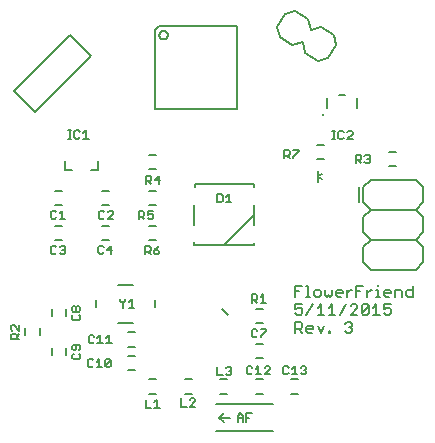
<source format=gto>
G75*
%MOIN*%
%OFA0B0*%
%FSLAX25Y25*%
%IPPOS*%
%LPD*%
%AMOC8*
5,1,8,0,0,1.08239X$1,22.5*
%
%ADD10C,0.00500*%
%ADD11C,0.00600*%
%ADD12C,0.00800*%
%ADD13C,0.01000*%
D10*
X0041260Y0035717D02*
X0041710Y0035267D01*
X0043512Y0035267D01*
X0043962Y0035717D01*
X0043962Y0036618D01*
X0043512Y0037068D01*
X0043512Y0038213D02*
X0043962Y0038664D01*
X0043962Y0039564D01*
X0043512Y0040015D01*
X0041710Y0040015D01*
X0041260Y0039564D01*
X0041260Y0038664D01*
X0041710Y0038213D01*
X0042161Y0038213D01*
X0042611Y0038664D01*
X0042611Y0040015D01*
X0041710Y0037068D02*
X0041260Y0036618D01*
X0041260Y0035717D01*
X0046413Y0034881D02*
X0046413Y0033080D01*
X0046864Y0032629D01*
X0047764Y0032629D01*
X0048215Y0033080D01*
X0049360Y0032629D02*
X0051161Y0032629D01*
X0050260Y0032629D02*
X0050260Y0035331D01*
X0049360Y0034431D01*
X0048215Y0034881D02*
X0047764Y0035331D01*
X0046864Y0035331D01*
X0046413Y0034881D01*
X0047151Y0040489D02*
X0046701Y0040939D01*
X0046701Y0042741D01*
X0047151Y0043191D01*
X0048052Y0043191D01*
X0048502Y0042741D01*
X0049647Y0042290D02*
X0050548Y0043191D01*
X0050548Y0040489D01*
X0049647Y0040489D02*
X0051449Y0040489D01*
X0052594Y0040489D02*
X0054395Y0040489D01*
X0053495Y0040489D02*
X0053495Y0043191D01*
X0052594Y0042290D01*
X0048502Y0040939D02*
X0048052Y0040489D01*
X0047151Y0040489D01*
X0052757Y0035331D02*
X0053657Y0035331D01*
X0054108Y0034881D01*
X0052306Y0033080D01*
X0052757Y0032629D01*
X0053657Y0032629D01*
X0054108Y0033080D01*
X0054108Y0034881D01*
X0052757Y0035331D02*
X0052306Y0034881D01*
X0052306Y0033080D01*
X0065705Y0021786D02*
X0065705Y0019084D01*
X0067507Y0019084D01*
X0068652Y0019084D02*
X0070454Y0019084D01*
X0069553Y0019084D02*
X0069553Y0021786D01*
X0068652Y0020886D01*
X0077597Y0022157D02*
X0077597Y0019455D01*
X0079398Y0019455D01*
X0080543Y0019455D02*
X0082345Y0021257D01*
X0082345Y0021707D01*
X0081894Y0022157D01*
X0080994Y0022157D01*
X0080543Y0021707D01*
X0080543Y0019455D02*
X0082345Y0019455D01*
X0089585Y0029897D02*
X0091387Y0029897D01*
X0092532Y0030347D02*
X0092982Y0029897D01*
X0093883Y0029897D01*
X0094333Y0030347D01*
X0094333Y0030798D01*
X0093883Y0031248D01*
X0093432Y0031248D01*
X0093883Y0031248D02*
X0094333Y0031699D01*
X0094333Y0032149D01*
X0093883Y0032599D01*
X0092982Y0032599D01*
X0092532Y0032149D01*
X0089585Y0032599D02*
X0089585Y0029897D01*
X0099467Y0030580D02*
X0099918Y0030130D01*
X0100819Y0030130D01*
X0101269Y0030580D01*
X0102414Y0030130D02*
X0104215Y0030130D01*
X0103315Y0030130D02*
X0103315Y0032832D01*
X0102414Y0031931D01*
X0101269Y0032382D02*
X0100819Y0032832D01*
X0099918Y0032832D01*
X0099467Y0032382D01*
X0099467Y0030580D01*
X0105360Y0030130D02*
X0107162Y0031931D01*
X0107162Y0032382D01*
X0106712Y0032832D01*
X0105811Y0032832D01*
X0105360Y0032382D01*
X0105360Y0030130D02*
X0107162Y0030130D01*
X0111567Y0030589D02*
X0112017Y0030138D01*
X0112918Y0030138D01*
X0113368Y0030589D01*
X0114513Y0030138D02*
X0116315Y0030138D01*
X0115414Y0030138D02*
X0115414Y0032841D01*
X0114513Y0031940D01*
X0113368Y0032390D02*
X0112918Y0032841D01*
X0112017Y0032841D01*
X0111567Y0032390D01*
X0111567Y0030589D01*
X0117460Y0030589D02*
X0117910Y0030138D01*
X0118811Y0030138D01*
X0119261Y0030589D01*
X0119261Y0031039D01*
X0118811Y0031490D01*
X0118361Y0031490D01*
X0118811Y0031490D02*
X0119261Y0031940D01*
X0119261Y0032390D01*
X0118811Y0032841D01*
X0117910Y0032841D01*
X0117460Y0032390D01*
X0104103Y0042467D02*
X0104103Y0042917D01*
X0105904Y0044719D01*
X0105904Y0045169D01*
X0104103Y0045169D01*
X0102958Y0044719D02*
X0102507Y0045169D01*
X0101606Y0045169D01*
X0101156Y0044719D01*
X0101156Y0042917D01*
X0101606Y0042467D01*
X0102507Y0042467D01*
X0102958Y0042917D01*
X0102919Y0054103D02*
X0102018Y0055004D01*
X0102468Y0055004D02*
X0101117Y0055004D01*
X0101117Y0054103D02*
X0101117Y0056806D01*
X0102468Y0056806D01*
X0102919Y0056355D01*
X0102919Y0055455D01*
X0102468Y0055004D01*
X0104064Y0054103D02*
X0105865Y0054103D01*
X0104965Y0054103D02*
X0104965Y0056806D01*
X0104064Y0055905D01*
X0094317Y0087467D02*
X0092515Y0087467D01*
X0093416Y0087467D02*
X0093416Y0090169D01*
X0092515Y0089268D01*
X0091370Y0089719D02*
X0091370Y0087917D01*
X0090920Y0087467D01*
X0089568Y0087467D01*
X0089568Y0090169D01*
X0090920Y0090169D01*
X0091370Y0089719D01*
X0070533Y0095104D02*
X0068731Y0095104D01*
X0070082Y0096455D01*
X0070082Y0093753D01*
X0067586Y0093753D02*
X0066685Y0094653D01*
X0067136Y0094653D02*
X0065785Y0094653D01*
X0065785Y0093753D02*
X0065785Y0096455D01*
X0067136Y0096455D01*
X0067586Y0096004D01*
X0067586Y0095104D01*
X0067136Y0094653D01*
X0066423Y0084500D02*
X0066423Y0083149D01*
X0067324Y0083599D01*
X0067774Y0083599D01*
X0068224Y0083149D01*
X0068224Y0082248D01*
X0067774Y0081798D01*
X0066873Y0081798D01*
X0066423Y0082248D01*
X0065278Y0081798D02*
X0064377Y0082698D01*
X0064827Y0082698D02*
X0063476Y0082698D01*
X0063476Y0081798D02*
X0063476Y0084500D01*
X0064827Y0084500D01*
X0065278Y0084049D01*
X0065278Y0083149D01*
X0064827Y0082698D01*
X0066423Y0084500D02*
X0068224Y0084500D01*
X0066919Y0072833D02*
X0067369Y0072382D01*
X0067369Y0071482D01*
X0066919Y0071031D01*
X0065567Y0071031D01*
X0065567Y0070131D02*
X0065567Y0072833D01*
X0066919Y0072833D01*
X0066468Y0071031D02*
X0067369Y0070131D01*
X0068514Y0070581D02*
X0068964Y0070131D01*
X0069865Y0070131D01*
X0070315Y0070581D01*
X0070315Y0071031D01*
X0069865Y0071482D01*
X0068514Y0071482D01*
X0068514Y0070581D01*
X0068514Y0071482D02*
X0069415Y0072382D01*
X0070315Y0072833D01*
X0054666Y0071746D02*
X0052865Y0071746D01*
X0054216Y0073097D01*
X0054216Y0070395D01*
X0051720Y0070845D02*
X0051270Y0070395D01*
X0050369Y0070395D01*
X0049918Y0070845D01*
X0049918Y0072647D01*
X0050369Y0073097D01*
X0051270Y0073097D01*
X0051720Y0072647D01*
X0051492Y0081983D02*
X0051942Y0082434D01*
X0051492Y0081983D02*
X0050591Y0081983D01*
X0050141Y0082434D01*
X0050141Y0084235D01*
X0050591Y0084685D01*
X0051492Y0084685D01*
X0051942Y0084235D01*
X0053087Y0084235D02*
X0053538Y0084685D01*
X0054439Y0084685D01*
X0054889Y0084235D01*
X0054889Y0083785D01*
X0053087Y0081983D01*
X0054889Y0081983D01*
X0038864Y0082046D02*
X0037062Y0082046D01*
X0037963Y0082046D02*
X0037963Y0084749D01*
X0037062Y0083848D01*
X0035917Y0084298D02*
X0035467Y0084749D01*
X0034566Y0084749D01*
X0034116Y0084298D01*
X0034116Y0082497D01*
X0034566Y0082046D01*
X0035467Y0082046D01*
X0035917Y0082497D01*
X0035499Y0073012D02*
X0034598Y0073012D01*
X0034148Y0072562D01*
X0034148Y0070760D01*
X0034598Y0070310D01*
X0035499Y0070310D01*
X0035949Y0070760D01*
X0037094Y0070760D02*
X0037544Y0070310D01*
X0038445Y0070310D01*
X0038896Y0070760D01*
X0038896Y0071210D01*
X0038445Y0071661D01*
X0037995Y0071661D01*
X0038445Y0071661D02*
X0038896Y0072111D01*
X0038896Y0072562D01*
X0038445Y0073012D01*
X0037544Y0073012D01*
X0037094Y0072562D01*
X0035949Y0072562D02*
X0035499Y0073012D01*
X0041657Y0052908D02*
X0042108Y0052908D01*
X0042558Y0052457D01*
X0042558Y0051557D01*
X0042108Y0051106D01*
X0041657Y0051106D01*
X0041207Y0051557D01*
X0041207Y0052457D01*
X0041657Y0052908D01*
X0042558Y0052457D02*
X0043009Y0052908D01*
X0043459Y0052908D01*
X0043909Y0052457D01*
X0043909Y0051557D01*
X0043459Y0051106D01*
X0043009Y0051106D01*
X0042558Y0051557D01*
X0041657Y0049961D02*
X0041207Y0049511D01*
X0041207Y0048610D01*
X0041657Y0048160D01*
X0043459Y0048160D01*
X0043909Y0048610D01*
X0043909Y0049511D01*
X0043459Y0049961D01*
X0057189Y0054707D02*
X0058090Y0053806D01*
X0058090Y0052455D01*
X0058090Y0053806D02*
X0058991Y0054707D01*
X0058991Y0055157D01*
X0060136Y0054256D02*
X0061037Y0055157D01*
X0061037Y0052455D01*
X0061937Y0052455D02*
X0060136Y0052455D01*
X0057189Y0054707D02*
X0057189Y0055157D01*
X0023598Y0046591D02*
X0023598Y0044789D01*
X0021797Y0046591D01*
X0021346Y0046591D01*
X0020896Y0046141D01*
X0020896Y0045240D01*
X0021346Y0044789D01*
X0021346Y0043644D02*
X0022247Y0043644D01*
X0022697Y0043194D01*
X0022697Y0041843D01*
X0022697Y0042744D02*
X0023598Y0043644D01*
X0023598Y0041843D02*
X0020896Y0041843D01*
X0020896Y0043194D01*
X0021346Y0043644D01*
X0039998Y0108768D02*
X0040899Y0108768D01*
X0040448Y0108768D02*
X0040448Y0111470D01*
X0039998Y0111470D02*
X0040899Y0111470D01*
X0041962Y0111020D02*
X0041962Y0109218D01*
X0042413Y0108768D01*
X0043314Y0108768D01*
X0043764Y0109218D01*
X0044909Y0108768D02*
X0046710Y0108768D01*
X0045810Y0108768D02*
X0045810Y0111470D01*
X0044909Y0110569D01*
X0043764Y0111020D02*
X0043314Y0111470D01*
X0042413Y0111470D01*
X0041962Y0111020D01*
X0029015Y0117550D02*
X0047667Y0136202D01*
X0040429Y0143441D01*
X0021777Y0124789D01*
X0029015Y0117550D01*
X0111997Y0104922D02*
X0111997Y0102220D01*
X0111997Y0103120D02*
X0113348Y0103120D01*
X0113798Y0103571D01*
X0113798Y0104472D01*
X0113348Y0104922D01*
X0111997Y0104922D01*
X0112897Y0103120D02*
X0113798Y0102220D01*
X0114943Y0102220D02*
X0114943Y0102670D01*
X0116745Y0104472D01*
X0116745Y0104922D01*
X0114943Y0104922D01*
X0128017Y0108555D02*
X0128917Y0108555D01*
X0128467Y0108555D02*
X0128467Y0111257D01*
X0128017Y0111257D02*
X0128917Y0111257D01*
X0129981Y0110807D02*
X0129981Y0109005D01*
X0130431Y0108555D01*
X0131332Y0108555D01*
X0131782Y0109005D01*
X0132927Y0108555D02*
X0134729Y0110356D01*
X0134729Y0110807D01*
X0134279Y0111257D01*
X0133378Y0111257D01*
X0132927Y0110807D01*
X0131782Y0110807D02*
X0131332Y0111257D01*
X0130431Y0111257D01*
X0129981Y0110807D01*
X0132927Y0108555D02*
X0134729Y0108555D01*
X0135740Y0103337D02*
X0137091Y0103337D01*
X0137541Y0102886D01*
X0137541Y0101986D01*
X0137091Y0101535D01*
X0135740Y0101535D01*
X0135740Y0100634D02*
X0135740Y0103337D01*
X0136641Y0101535D02*
X0137541Y0100634D01*
X0138686Y0101085D02*
X0139137Y0100634D01*
X0140038Y0100634D01*
X0140488Y0101085D01*
X0140488Y0101535D01*
X0140038Y0101986D01*
X0139587Y0101986D01*
X0140038Y0101986D02*
X0140488Y0102436D01*
X0140488Y0102886D01*
X0140038Y0103337D01*
X0139137Y0103337D01*
X0138686Y0102886D01*
X0101156Y0017134D02*
X0099354Y0017134D01*
X0099354Y0014431D01*
X0098209Y0014431D02*
X0098209Y0016233D01*
X0097308Y0017134D01*
X0096408Y0016233D01*
X0096408Y0014431D01*
X0096408Y0015783D02*
X0098209Y0015783D01*
X0099354Y0015783D02*
X0100255Y0015783D01*
D11*
X0034474Y0036637D02*
X0034474Y0038999D01*
X0039198Y0038999D02*
X0039198Y0036637D01*
X0030360Y0043127D02*
X0030360Y0045489D01*
X0034371Y0049508D02*
X0034371Y0051871D01*
X0039095Y0051871D02*
X0039095Y0049508D01*
X0025636Y0045489D02*
X0025636Y0043127D01*
X0035449Y0074919D02*
X0037811Y0074919D01*
X0037811Y0079644D02*
X0035449Y0079644D01*
X0035449Y0086730D02*
X0037811Y0086730D01*
X0037811Y0091455D02*
X0035449Y0091455D01*
X0051197Y0091455D02*
X0053559Y0091455D01*
X0053559Y0086730D02*
X0051197Y0086730D01*
X0051197Y0079644D02*
X0053559Y0079644D01*
X0053559Y0074919D02*
X0051197Y0074919D01*
X0066945Y0074919D02*
X0069307Y0074919D01*
X0069307Y0079644D02*
X0066945Y0079644D01*
X0066945Y0086730D02*
X0069307Y0086730D01*
X0069307Y0091455D02*
X0066945Y0091455D01*
X0066945Y0098541D02*
X0069307Y0098541D01*
X0069307Y0103266D02*
X0066945Y0103266D01*
X0068709Y0118672D02*
X0068709Y0144873D01*
X0070107Y0146271D01*
X0096307Y0146271D01*
X0096307Y0118672D01*
X0068709Y0118672D01*
X0070294Y0143271D02*
X0070296Y0143346D01*
X0070302Y0143420D01*
X0070312Y0143494D01*
X0070325Y0143567D01*
X0070343Y0143640D01*
X0070364Y0143711D01*
X0070389Y0143782D01*
X0070418Y0143851D01*
X0070451Y0143918D01*
X0070487Y0143983D01*
X0070526Y0144047D01*
X0070568Y0144108D01*
X0070614Y0144167D01*
X0070663Y0144224D01*
X0070715Y0144277D01*
X0070769Y0144328D01*
X0070826Y0144377D01*
X0070886Y0144421D01*
X0070948Y0144463D01*
X0071012Y0144502D01*
X0071078Y0144537D01*
X0071145Y0144568D01*
X0071215Y0144596D01*
X0071285Y0144620D01*
X0071357Y0144641D01*
X0071430Y0144657D01*
X0071503Y0144670D01*
X0071578Y0144679D01*
X0071652Y0144684D01*
X0071727Y0144685D01*
X0071801Y0144682D01*
X0071876Y0144675D01*
X0071949Y0144664D01*
X0072023Y0144650D01*
X0072095Y0144631D01*
X0072166Y0144609D01*
X0072236Y0144583D01*
X0072305Y0144553D01*
X0072371Y0144520D01*
X0072436Y0144483D01*
X0072499Y0144443D01*
X0072560Y0144399D01*
X0072618Y0144353D01*
X0072674Y0144303D01*
X0072727Y0144251D01*
X0072778Y0144196D01*
X0072825Y0144138D01*
X0072869Y0144078D01*
X0072910Y0144015D01*
X0072948Y0143951D01*
X0072982Y0143885D01*
X0073013Y0143816D01*
X0073040Y0143747D01*
X0073063Y0143676D01*
X0073082Y0143604D01*
X0073098Y0143531D01*
X0073110Y0143457D01*
X0073118Y0143383D01*
X0073122Y0143308D01*
X0073122Y0143234D01*
X0073118Y0143159D01*
X0073110Y0143085D01*
X0073098Y0143011D01*
X0073082Y0142938D01*
X0073063Y0142866D01*
X0073040Y0142795D01*
X0073013Y0142726D01*
X0072982Y0142657D01*
X0072948Y0142591D01*
X0072910Y0142527D01*
X0072869Y0142464D01*
X0072825Y0142404D01*
X0072778Y0142346D01*
X0072727Y0142291D01*
X0072674Y0142239D01*
X0072618Y0142189D01*
X0072560Y0142143D01*
X0072499Y0142099D01*
X0072436Y0142059D01*
X0072371Y0142022D01*
X0072305Y0141989D01*
X0072236Y0141959D01*
X0072166Y0141933D01*
X0072095Y0141911D01*
X0072023Y0141892D01*
X0071949Y0141878D01*
X0071876Y0141867D01*
X0071801Y0141860D01*
X0071727Y0141857D01*
X0071652Y0141858D01*
X0071578Y0141863D01*
X0071503Y0141872D01*
X0071430Y0141885D01*
X0071357Y0141901D01*
X0071285Y0141922D01*
X0071215Y0141946D01*
X0071145Y0141974D01*
X0071078Y0142005D01*
X0071012Y0142040D01*
X0070948Y0142079D01*
X0070886Y0142121D01*
X0070826Y0142165D01*
X0070769Y0142214D01*
X0070715Y0142265D01*
X0070663Y0142318D01*
X0070614Y0142375D01*
X0070568Y0142434D01*
X0070526Y0142495D01*
X0070487Y0142559D01*
X0070451Y0142624D01*
X0070418Y0142691D01*
X0070389Y0142760D01*
X0070364Y0142831D01*
X0070343Y0142902D01*
X0070325Y0142975D01*
X0070312Y0143048D01*
X0070302Y0143122D01*
X0070296Y0143196D01*
X0070294Y0143271D01*
X0122896Y0106561D02*
X0125258Y0106561D01*
X0125258Y0101836D02*
X0122896Y0101836D01*
X0146721Y0099692D02*
X0149084Y0099692D01*
X0149084Y0104416D02*
X0146721Y0104416D01*
X0143247Y0060087D02*
X0143247Y0059520D01*
X0143247Y0058385D02*
X0143247Y0056117D01*
X0142680Y0056117D02*
X0143814Y0056117D01*
X0145135Y0056684D02*
X0145135Y0057818D01*
X0145702Y0058385D01*
X0146837Y0058385D01*
X0147404Y0057818D01*
X0147404Y0057251D01*
X0145135Y0057251D01*
X0145135Y0056684D02*
X0145702Y0056117D01*
X0146837Y0056117D01*
X0148818Y0056117D02*
X0148818Y0058385D01*
X0150520Y0058385D01*
X0151087Y0057818D01*
X0151087Y0056117D01*
X0152502Y0056684D02*
X0152502Y0057818D01*
X0153069Y0058385D01*
X0154770Y0058385D01*
X0154770Y0059520D02*
X0154770Y0056117D01*
X0153069Y0056117D01*
X0152502Y0056684D01*
X0147404Y0053520D02*
X0145135Y0053520D01*
X0145135Y0051818D01*
X0146270Y0052385D01*
X0146837Y0052385D01*
X0147404Y0051818D01*
X0147404Y0050684D01*
X0146837Y0050117D01*
X0145702Y0050117D01*
X0145135Y0050684D01*
X0143721Y0050117D02*
X0141452Y0050117D01*
X0142586Y0050117D02*
X0142586Y0053520D01*
X0141452Y0052385D01*
X0140038Y0052953D02*
X0140038Y0050684D01*
X0139470Y0050117D01*
X0138336Y0050117D01*
X0137769Y0050684D01*
X0140038Y0052953D01*
X0139470Y0053520D01*
X0138336Y0053520D01*
X0137769Y0052953D01*
X0137769Y0050684D01*
X0136354Y0050117D02*
X0134086Y0050117D01*
X0136354Y0052385D01*
X0136354Y0052953D01*
X0135787Y0053520D01*
X0134653Y0053520D01*
X0134086Y0052953D01*
X0132671Y0053520D02*
X0130403Y0050117D01*
X0128988Y0050117D02*
X0126720Y0050117D01*
X0127854Y0050117D02*
X0127854Y0053520D01*
X0126720Y0052385D01*
X0125305Y0050117D02*
X0123036Y0050117D01*
X0124171Y0050117D02*
X0124171Y0053520D01*
X0123036Y0052385D01*
X0121622Y0053520D02*
X0119353Y0050117D01*
X0117939Y0050684D02*
X0117939Y0051818D01*
X0117372Y0052385D01*
X0116804Y0052385D01*
X0115670Y0051818D01*
X0115670Y0053520D01*
X0117939Y0053520D01*
X0119353Y0056117D02*
X0120488Y0056117D01*
X0119920Y0056117D02*
X0119920Y0059520D01*
X0119353Y0059520D01*
X0117939Y0059520D02*
X0115670Y0059520D01*
X0115670Y0056117D01*
X0115670Y0057818D02*
X0116804Y0057818D01*
X0121809Y0057818D02*
X0121809Y0056684D01*
X0122376Y0056117D01*
X0123510Y0056117D01*
X0124077Y0056684D01*
X0124077Y0057818D01*
X0123510Y0058385D01*
X0122376Y0058385D01*
X0121809Y0057818D01*
X0125492Y0058385D02*
X0125492Y0056684D01*
X0126059Y0056117D01*
X0126626Y0056684D01*
X0127193Y0056117D01*
X0127760Y0056684D01*
X0127760Y0058385D01*
X0129175Y0057818D02*
X0129175Y0056684D01*
X0129742Y0056117D01*
X0130876Y0056117D01*
X0131444Y0057251D02*
X0129175Y0057251D01*
X0129175Y0057818D02*
X0129742Y0058385D01*
X0130876Y0058385D01*
X0131444Y0057818D01*
X0131444Y0057251D01*
X0132858Y0057251D02*
X0133992Y0058385D01*
X0134560Y0058385D01*
X0135927Y0057818D02*
X0137062Y0057818D01*
X0135927Y0059520D02*
X0138196Y0059520D01*
X0139611Y0058385D02*
X0139611Y0056117D01*
X0139611Y0057251D02*
X0140745Y0058385D01*
X0141312Y0058385D01*
X0142680Y0058385D02*
X0143247Y0058385D01*
X0135927Y0059520D02*
X0135927Y0056117D01*
X0132858Y0056117D02*
X0132858Y0058385D01*
X0132811Y0047520D02*
X0132244Y0046953D01*
X0132811Y0047520D02*
X0133946Y0047520D01*
X0134513Y0046953D01*
X0134513Y0046385D01*
X0133946Y0045818D01*
X0134513Y0045251D01*
X0134513Y0044684D01*
X0133946Y0044117D01*
X0132811Y0044117D01*
X0132244Y0044684D01*
X0133379Y0045818D02*
X0133946Y0045818D01*
X0127287Y0044684D02*
X0127287Y0044117D01*
X0126720Y0044117D01*
X0126720Y0044684D01*
X0127287Y0044684D01*
X0125305Y0046385D02*
X0124171Y0044117D01*
X0123036Y0046385D01*
X0121622Y0045818D02*
X0121622Y0045251D01*
X0119353Y0045251D01*
X0119353Y0044684D02*
X0119353Y0045818D01*
X0119920Y0046385D01*
X0121055Y0046385D01*
X0121622Y0045818D01*
X0121055Y0044117D02*
X0119920Y0044117D01*
X0119353Y0044684D01*
X0117939Y0044117D02*
X0116804Y0045251D01*
X0117372Y0045251D02*
X0115670Y0045251D01*
X0115670Y0044117D02*
X0115670Y0047520D01*
X0117372Y0047520D01*
X0117939Y0046953D01*
X0117939Y0045818D01*
X0117372Y0045251D01*
X0117372Y0050117D02*
X0116237Y0050117D01*
X0115670Y0050684D01*
X0117372Y0050117D02*
X0117939Y0050684D01*
X0104740Y0052084D02*
X0102378Y0052084D01*
X0102378Y0047360D02*
X0104740Y0047360D01*
X0104740Y0040273D02*
X0102378Y0040273D01*
X0102378Y0035549D02*
X0104740Y0035549D01*
X0104740Y0028462D02*
X0102378Y0028462D01*
X0102378Y0023738D02*
X0104740Y0023738D01*
X0114189Y0023738D02*
X0116551Y0023738D01*
X0116551Y0028462D02*
X0114189Y0028462D01*
X0092929Y0028462D02*
X0090567Y0028462D01*
X0090567Y0023738D02*
X0092929Y0023738D01*
X0081118Y0023738D02*
X0078756Y0023738D01*
X0078756Y0028462D02*
X0081118Y0028462D01*
X0069307Y0028462D02*
X0066945Y0028462D01*
X0062217Y0031664D02*
X0059855Y0031664D01*
X0059855Y0036388D02*
X0062217Y0036388D01*
X0062208Y0039408D02*
X0059846Y0039408D01*
X0059846Y0044133D02*
X0062208Y0044133D01*
X0066945Y0023738D02*
X0069307Y0023738D01*
D12*
X0089339Y0020213D02*
X0108339Y0020213D01*
X0108339Y0011213D02*
X0089339Y0011213D01*
X0091839Y0014213D02*
X0090339Y0015713D01*
X0091839Y0017213D01*
X0090339Y0015713D02*
X0093839Y0015713D01*
X0061381Y0047420D02*
X0056657Y0047420D01*
X0049176Y0052538D02*
X0049176Y0054900D01*
X0056657Y0060018D02*
X0061381Y0060018D01*
X0068861Y0054900D02*
X0068861Y0052538D01*
X0091222Y0051838D02*
X0093190Y0049870D01*
X0091831Y0073352D02*
X0101831Y0083352D01*
X0101831Y0079952D01*
X0101831Y0083352D02*
X0101831Y0086752D01*
X0101721Y0092722D02*
X0101721Y0093632D01*
X0082231Y0093632D01*
X0082231Y0093652D01*
X0082031Y0093652D01*
X0082031Y0092652D01*
X0081831Y0086552D02*
X0081831Y0079852D01*
X0081951Y0074222D02*
X0081951Y0073152D01*
X0082151Y0073152D01*
X0082151Y0073142D01*
X0101711Y0073142D01*
X0101711Y0074032D01*
X0123199Y0094352D02*
X0123199Y0096163D01*
X0124419Y0097083D01*
X0123199Y0097974D02*
X0123199Y0096163D01*
X0123259Y0096063D02*
X0124419Y0095303D01*
X0136961Y0092464D02*
X0136961Y0087464D01*
X0138280Y0087464D02*
X0138280Y0092464D01*
X0140780Y0094964D01*
X0155780Y0094964D01*
X0158280Y0092464D01*
X0158280Y0087464D01*
X0155780Y0084964D01*
X0140780Y0084964D01*
X0138280Y0082464D01*
X0138280Y0077464D01*
X0140780Y0074964D01*
X0155780Y0074964D01*
X0158280Y0072464D01*
X0158280Y0067464D01*
X0155780Y0064964D01*
X0140780Y0064964D01*
X0138280Y0067464D01*
X0138280Y0072464D01*
X0140780Y0074964D01*
X0140780Y0084964D02*
X0138280Y0087464D01*
X0155780Y0084964D02*
X0158280Y0082464D01*
X0158280Y0077464D01*
X0155780Y0074964D01*
X0136118Y0118898D02*
X0136118Y0122279D01*
X0132175Y0123379D02*
X0130061Y0123379D01*
X0126118Y0122279D02*
X0126118Y0118898D01*
X0123191Y0134774D02*
X0118932Y0137394D01*
X0118113Y0140833D01*
X0114673Y0140014D01*
X0110415Y0142634D01*
X0109595Y0146073D01*
X0112215Y0150331D01*
X0115655Y0151151D01*
X0119913Y0148531D01*
X0120733Y0145092D01*
X0124172Y0145911D01*
X0128431Y0143291D01*
X0129250Y0139852D01*
X0126630Y0135593D01*
X0123191Y0134774D01*
X0050016Y0101297D02*
X0050016Y0098147D01*
X0047654Y0098147D01*
X0041354Y0098147D02*
X0038992Y0098147D01*
X0038992Y0101297D01*
D13*
X0124818Y0116588D03*
M02*

</source>
